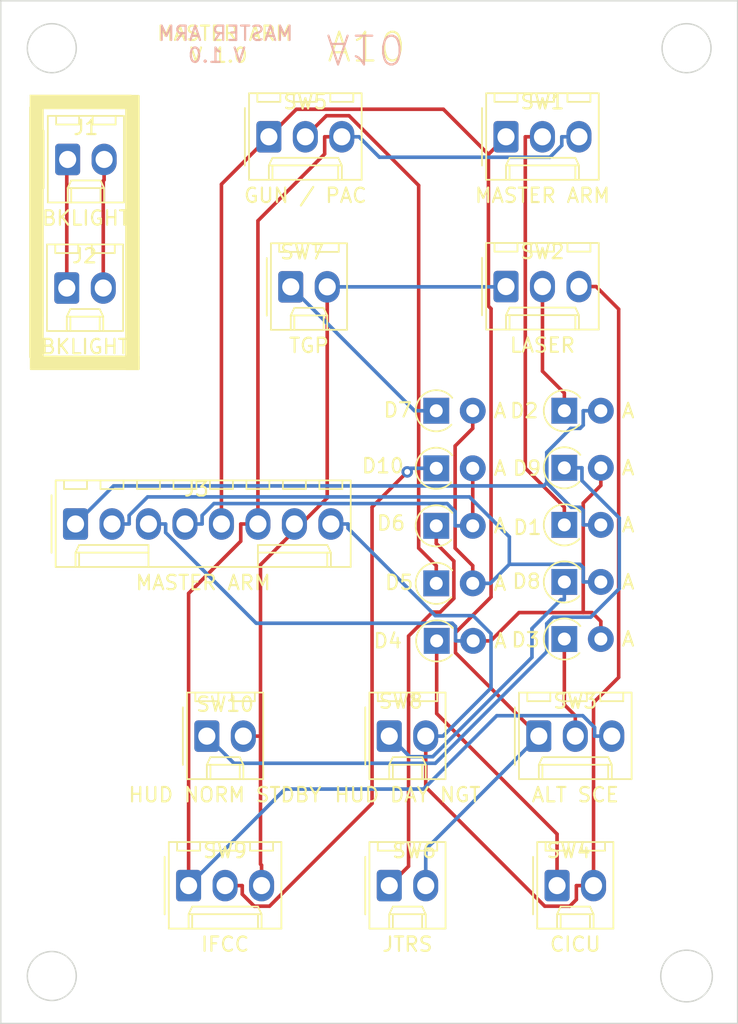
<source format=kicad_pcb>
(kicad_pcb (version 20221018) (generator pcbnew)
  (layers (0 "F.Cu" signal) (31 "B.Cu" signal) (34 "B.Paste" user) (35 "F.Paste" user) (36 "B.SilkS" user "B.Silkscreen") (37 "F.SilkS" user "F.Silkscreen") (38 "B.Mask" user) (39 "F.Mask" user) (44 "Edge.Cuts" user))
  (net 0 "")
  (net 1 "Net-(D2-K)")
  (net 2 "Net-(D1-K)")
  (net 3 "Net-(D4-K)")
  (net 4 "Net-(D6-K)")
  (net 5 "Net-(D10-K)")
  (net 6 "/ROW7")
  (net 7 "Net-(D3-K)")
  (net 8 "/ROW8")
  (net 9 "Net-(J1-Pin_1)")
  (net 10 "Net-(J1-Pin_2)")
  (net 11 "/ROW9")
  (net 12 "/COL1")
  (net 13 "/COL0")
  (net 14 "Net-(D5-K)")
  (net 15 "Net-(D7-K)")
  (net 16 "/COL3")
  (net 17 "Net-(D8-K)")
  (net 18 "/COL2")
  (net 19 "Net-(D9-K)")
  (net 20 "/ROW6")
  (footprint "Connector_Molex:Molex_KK-254_AE-6410-02A_1x02_P2.54mm_Vertical" (layer "F.Cu") (at 120.142 95.27)
    (fp_text reference "SW10" (at 1.27 -2.21) (layer "F.SilkS"))
    (fp_text value "HUD NORM STDBY" (at 1.27 4.08) (layer "F.SilkS"))
    (pad "1" thru_hole roundrect (at 0 0) (size 1.74 2.19) (drill 1.19) (layers "*.Cu" "*.Mask") (roundrect_rratio 0.1436781609) (net 19 "Net-(D9-K)"))
    (pad "2" thru_hole oval (at 2.54 0) (size 1.74 2.19) (drill 1.19) (layers "*.Cu" "*.Mask") (net 8 "/ROW8"))
  )
  (footprint "Diode_THT:D_A-405_P2.54mm_Vertical_AnodeUp" (layer "F.Cu") (at 136.144 88.646)
    (fp_text reference "D4" (at -3.405 0) (layer "F.SilkS"))
    (fp_text value "D")
    (fp_text user "A" (at 4.44 0) (layer "F.SilkS"))
    (pad "1" thru_hole rect (at 0 0) (size 1.8 1.8) (drill 0.9) (layers "*.Cu" "*.Mask") (net 3 "Net-(D4-K)"))
    (pad "2" thru_hole oval (at 2.54 0) (size 1.8 1.8) (drill 0.9) (layers "*.Cu" "*.Mask") (net 18 "/COL2"))
  )
  (footprint "Connector_Molex:Molex_KK-254_AE-6410-02A_1x02_P2.54mm_Vertical" (layer "F.Cu") (at 132.842 105.664)
    (fp_text reference "SW6" (at 1.74 -2.43) (layer "F.SilkS"))
    (fp_text value "JTRS" (at 1.27 4.08) (layer "F.SilkS"))
    (pad "1" thru_hole roundrect (at 0 0) (size 1.74 2.19) (drill 1.19) (layers "*.Cu" "*.Mask") (roundrect_rratio 0.1436781609) (net 4 "Net-(D6-K)"))
    (pad "2" thru_hole oval (at 2.54 0) (size 1.74 2.19) (drill 1.19) (layers "*.Cu" "*.Mask") (net 20 "/ROW6"))
  )
  (footprint "Connector_Molex:Molex_KK-254_AE-6410-03A_1x03_P2.54mm_Vertical" (layer "F.Cu") (at 118.872 105.664)
    (fp_text reference "SW9" (at 2.54 -2.43) (layer "F.SilkS"))
    (fp_text value "IFCC" (at 2.54 4.08) (layer "F.SilkS"))
    (pad "1" thru_hole roundrect (at 0 0) (size 1.74 2.19) (drill 1.19) (layers "*.Cu" "*.Mask") (roundrect_rratio 0.1436781609) (net 6 "/ROW7"))
    (pad "2" thru_hole oval (at 2.54 0) (size 1.74 2.19) (drill 1.19) (layers "*.Cu" "*.Mask") (net 5 "Net-(D10-K)"))
    (pad "3" thru_hole oval (at 5.08 0) (size 1.74 2.19) (drill 1.19) (layers "*.Cu" "*.Mask") (net 8 "/ROW8"))
  )
  (footprint "Diode_THT:D_A-405_P2.54mm_Vertical_AnodeUp" (layer "F.Cu") (at 136.115 76.6445)
    (fp_text reference "D10" (at -3.72 -0.17) (layer "F.SilkS"))
    (fp_text value "D")
    (fp_text user "A" (at 4.44 0) (layer "F.SilkS"))
    (pad "1" thru_hole rect (at 0 0) (size 1.8 1.8) (drill 0.9) (layers "*.Cu" "*.Mask") (net 5 "Net-(D10-K)"))
    (pad "2" thru_hole oval (at 2.54 0) (size 1.8 1.8) (drill 0.9) (layers "*.Cu" "*.Mask") (net 16 "/COL3"))
  )
  (footprint "Diode_THT:D_A-405_P2.54mm_Vertical_AnodeUp" (layer "F.Cu") (at 136.115 72.644)
    (fp_text reference "D7" (at -2.68 -0.05) (layer "F.SilkS"))
    (fp_text value "D")
    (fp_text user "A" (at 4.44 0) (layer "F.SilkS"))
    (pad "1" thru_hole rect (at 0 0) (size 1.8 1.8) (drill 0.9) (layers "*.Cu" "*.Mask") (net 15 "Net-(D7-K)"))
    (pad "2" thru_hole oval (at 2.54 0) (size 1.8 1.8) (drill 0.9) (layers "*.Cu" "*.Mask") (net 12 "/COL1"))
  )
  (footprint "Connector_Molex:Molex_KK-254_AE-6410-02A_1x02_P2.54mm_Vertical" (layer "F.Cu") (at 110.39 64.11)
    (fp_text reference "J2" (at 1.24 -2.24) (layer "F.SilkS"))
    (fp_text value "BKLIGHT" (at 1.27 4.08) (layer "F.SilkS"))
    (pad "1" thru_hole roundrect (at 0 0) (size 1.74 2.19) (drill 1.19) (layers "*.Cu" "*.Mask") (roundrect_rratio 0.1436781609) (net 9 "Net-(J1-Pin_1)"))
    (pad "2" thru_hole oval (at 2.54 0) (size 1.74 2.19) (drill 1.19) (layers "*.Cu" "*.Mask") (net 10 "Net-(J1-Pin_2)"))
  )
  (footprint "Connector_Molex:Molex_KK-254_AE-6410-08A_1x08_P2.54mm_Vertical" (layer "F.Cu") (at 110.998 80.518)
    (fp_text reference "J3" (at 8.42 -2.43) (layer "F.SilkS"))
    (fp_text value "MASTER ARM" (at 8.89 4.08) (layer "F.SilkS"))
    (pad "1" thru_hole roundrect (at 0 0) (size 1.74 2.19) (drill 1.19) (layers "*.Cu" "*.Mask") (roundrect_rratio 0.1436781609) (net 13 "/COL0"))
    (pad "2" thru_hole oval (at 2.54 0) (size 1.74 2.19) (drill 1.19) (layers "*.Cu" "*.Mask") (net 12 "/COL1"))
    (pad "3" thru_hole oval (at 5.08 0) (size 1.74 2.19) (drill 1.19) (layers "*.Cu" "*.Mask") (net 18 "/COL2"))
    (pad "4" thru_hole oval (at 7.62 0) (size 1.74 2.19) (drill 1.19) (layers "*.Cu" "*.Mask") (net 16 "/COL3"))
    (pad "5" thru_hole oval (at 10.16 0) (size 1.74 2.19) (drill 1.19) (layers "*.Cu" "*.Mask") (net 20 "/ROW6"))
    (pad "6" thru_hole oval (at 12.7 0) (size 1.74 2.19) (drill 1.19) (layers "*.Cu" "*.Mask") (net 6 "/ROW7"))
    (pad "7" thru_hole oval (at 15.24 0) (size 1.74 2.19) (drill 1.19) (layers "*.Cu" "*.Mask") (net 8 "/ROW8"))
    (pad "8" thru_hole oval (at 17.78 0) (size 1.74 2.19) (drill 1.19) (layers "*.Cu" "*.Mask") (net 11 "/ROW9"))
  )
  (footprint "Diode_THT:D_A-405_P2.54mm_Vertical_AnodeUp" (layer "F.Cu") (at 145.034 76.612)
    (fp_text reference "D9" (at -2.6 0.03) (layer "F.SilkS"))
    (fp_text value "D")
    (fp_text user "A" (at 4.44 0) (layer "F.SilkS"))
    (pad "1" thru_hole rect (at 0 0) (size 1.8 1.8) (drill 0.9) (layers "*.Cu" "*.Mask") (net 19 "Net-(D9-K)"))
    (pad "2" thru_hole oval (at 2.54 0) (size 1.8 1.8) (drill 0.9) (layers "*.Cu" "*.Mask") (net 18 "/COL2"))
  )
  (footprint "Connector_Molex:Molex_KK-254_AE-6410-02A_1x02_P2.54mm_Vertical" (layer "F.Cu") (at 132.842 95.27)
    (fp_text reference "SW8" (at 0.8 -2.43) (layer "F.SilkS"))
    (fp_text value "HUD DAY NGT" (at 1.27 4.08) (layer "F.SilkS"))
    (pad "1" thru_hole roundrect (at 0 0) (size 1.74 2.19) (drill 1.19) (layers "*.Cu" "*.Mask") (roundrect_rratio 0.1436781609) (net 17 "Net-(D8-K)"))
    (pad "2" thru_hole oval (at 2.54 0) (size 1.74 2.19) (drill 1.19) (layers "*.Cu" "*.Mask") (net 11 "/ROW9"))
  )
  (footprint "Diode_THT:D_A-405_P2.54mm_Vertical_AnodeUp" (layer "F.Cu") (at 145.034 88.516)
    (fp_text reference "D3" (at -2.7 0.06) (layer "F.SilkS"))
    (fp_text value "D")
    (fp_text user "A" (at 4.44 0) (layer "F.SilkS"))
    (pad "1" thru_hole rect (at 0 0) (size 1.8 1.8) (drill 0.9) (layers "*.Cu" "*.Mask") (net 7 "Net-(D3-K)"))
    (pad "2" thru_hole oval (at 2.54 0) (size 1.8 1.8) (drill 0.9) (layers "*.Cu" "*.Mask") (net 18 "/COL2"))
  )
  (footprint "Diode_THT:D_A-405_P2.54mm_Vertical_AnodeUp" (layer "F.Cu") (at 136.115 80.645)
    (fp_text reference "D6" (at -3.15 -0.185) (layer "F.SilkS"))
    (fp_text value "D")
    (fp_text user "A" (at 4.44 0) (layer "F.SilkS"))
    (pad "1" thru_hole rect (at 0 0) (size 1.8 1.8) (drill 0.9) (layers "*.Cu" "*.Mask") (net 4 "Net-(D6-K)"))
    (pad "2" thru_hole oval (at 2.54 0) (size 1.8 1.8) (drill 0.9) (layers "*.Cu" "*.Mask") (net 16 "/COL3"))
  )
  (footprint "Connector_Molex:Molex_KK-254_AE-6410-03A_1x03_P2.54mm_Vertical" (layer "F.Cu") (at 140.97 53.594)
    (fp_text reference "SW1" (at 2.54 -2.43) (layer "F.SilkS"))
    (fp_text value "MASTER ARM" (at 2.54 4.08) (layer "F.SilkS"))
    (pad "1" thru_hole roundrect (at 0 0) (size 1.74 2.19) (drill 1.19) (layers "*.Cu" "*.Mask") (roundrect_rratio 0.1436781609) (net 20 "/ROW6"))
    (pad "2" thru_hole oval (at 2.54 0) (size 1.74 2.19) (drill 1.19) (layers "*.Cu" "*.Mask") (net 2 "Net-(D1-K)"))
    (pad "3" thru_hole oval (at 5.08 0) (size 1.74 2.19) (drill 1.19) (layers "*.Cu" "*.Mask") (net 6 "/ROW7"))
  )
  (footprint "Diode_THT:D_A-405_P2.54mm_Vertical_AnodeUp" (layer "F.Cu") (at 136.115 84.6455)
    (fp_text reference "D5" (at -2.58 -0.06) (layer "F.SilkS"))
    (fp_text value "D")
    (fp_text user "A" (at 4.44 0) (layer "F.SilkS"))
    (pad "1" thru_hole rect (at 0 0) (size 1.8 1.8) (drill 0.9) (layers "*.Cu" "*.Mask") (net 14 "Net-(D5-K)"))
    (pad "2" thru_hole oval (at 2.54 0) (size 1.8 1.8) (drill 0.9) (layers "*.Cu" "*.Mask") (net 12 "/COL1"))
  )
  (footprint "Diode_THT:D_A-405_P2.54mm_Vertical_AnodeUp" (layer "F.Cu") (at 145.034 80.58)
    (fp_text reference "D1" (at -2.57 0.18) (layer "F.SilkS"))
    (fp_text value "D")
    (fp_text user "A" (at 4.44 0) (layer "F.SilkS"))
    (pad "1" thru_hole rect (at 0 0) (size 1.8 1.8) (drill 0.9) (layers "*.Cu" "*.Mask") (net 2 "Net-(D1-K)"))
    (pad "2" thru_hole oval (at 2.54 0) (size 1.8 1.8) (drill 0.9) (layers "*.Cu" "*.Mask") (net 13 "/COL0"))
  )
  (footprint "Connector_Molex:Molex_KK-254_AE-6410-03A_1x03_P2.54mm_Vertical" (layer "F.Cu") (at 140.97 64.008)
    (fp_text reference "SW2" (at 2.54 -2.43) (layer "F.SilkS"))
    (fp_text value "LASER" (at 2.54 4.08) (layer "F.SilkS"))
    (pad "1" thru_hole roundrect (at 0 0) (size 1.74 2.19) (drill 1.19) (layers "*.Cu" "*.Mask") (roundrect_rratio 0.1436781609) (net 8 "/ROW8"))
    (pad "2" thru_hole oval (at 2.54 0) (size 1.74 2.19) (drill 1.19) (layers "*.Cu" "*.Mask") (net 1 "Net-(D2-K)"))
    (pad "3" thru_hole oval (at 5.08 0) (size 1.74 2.19) (drill 1.19) (layers "*.Cu" "*.Mask") (net 11 "/ROW9"))
  )
  (footprint "Connector_Molex:Molex_KK-254_AE-6410-03A_1x03_P2.54mm_Vertical" (layer "F.Cu") (at 143.256 95.27)
    (fp_text reference "SW3" (at 2.54 -2.43) (layer "F.SilkS"))
    (fp_text value "ALT SCE" (at 2.54 4.08) (layer "F.SilkS"))
    (pad "1" thru_hole roundrect (at 0 0) (size 1.74 2.19) (drill 1.19) (layers "*.Cu" "*.Mask") (roundrect_rratio 0.1436781609) (net 20 "/ROW6"))
    (pad "2" thru_hole oval (at 2.54 0) (size 1.74 2.19) (drill 1.19) (layers "*.Cu" "*.Mask") (net 7 "Net-(D3-K)"))
    (pad "3" thru_hole oval (at 5.08 0) (size 1.74 2.19) (drill 1.19) (layers "*.Cu" "*.Mask") (net 6 "/ROW7"))
  )
  (footprint "Connector_Molex:Molex_KK-254_AE-6410-02A_1x02_P2.54mm_Vertical" (layer "F.Cu") (at 110.45 55.17)
    (fp_text reference "J1" (at 1.27 -2.22) (layer "F.SilkS"))
    (fp_text value "BKLIGHT" (at 1.27 4.08) (layer "F.SilkS"))
    (pad "1" thru_hole roundrect (at 0 0) (size 1.74 2.19) (drill 1.19) (layers "*.Cu" "*.Mask") (roundrect_rratio 0.1436781609) (net 9 "Net-(J1-Pin_1)"))
    (pad "2" thru_hole oval (at 2.54 0) (size 1.74 2.19) (drill 1.19) (layers "*.Cu" "*.Mask") (net 10 "Net-(J1-Pin_2)"))
  )
  (footprint "Connector_Molex:Molex_KK-254_AE-6410-02A_1x02_P2.54mm_Vertical" (layer "F.Cu") (at 144.526 105.664)
    (fp_text reference "SW4" (at 0.8 -2.43) (layer "F.SilkS"))
    (fp_text value "CICU" (at 1.27 4.08) (layer "F.SilkS"))
    (pad "1" thru_hole roundrect (at 0 0) (size 1.74 2.19) (drill 1.19) (layers "*.Cu" "*.Mask") (roundrect_rratio 0.1436781609) (net 3 "Net-(D4-K)"))
    (pad "2" thru_hole oval (at 2.54 0) (size 1.74 2.19) (drill 1.19) (layers "*.Cu" "*.Mask") (net 11 "/ROW9"))
  )
  (footprint "Connector_Molex:Molex_KK-254_AE-6410-02A_1x02_P2.54mm_Vertical" (layer "F.Cu") (at 125.984 64.028)
    (fp_text reference "SW7" (at 0.8 -2.43) (layer "F.SilkS"))
    (fp_text value "TGP" (at 1.27 4.08) (layer "F.SilkS"))
    (pad "1" thru_hole roundrect (at 0 0) (size 1.74 2.19) (drill 1.19) (layers "*.Cu" "*.Mask") (roundrect_rratio 0.1436781609) (net 15 "Net-(D7-K)"))
    (pad "2" thru_hole oval (at 2.54 0) (size 1.74 2.19) (drill 1.19) (layers "*.Cu" "*.Mask") (net 8 "/ROW8"))
  )
  (footprint "Diode_THT:D_A-405_P2.54mm_Vertical_AnodeUp" (layer "F.Cu") (at 145.034 72.644)
    (fp_text reference "D2" (at -2.794 0) (layer "F.SilkS"))
    (fp_text value "D")
    (fp_text user "A" (at 4.44 0) (layer "F.SilkS"))
    (pad "1" thru_hole rect (at 0 0) (size 1.8 1.8) (drill 0.9) (layers "*.Cu" "*.Mask") (net 1 "Net-(D2-K)"))
    (pad "2" thru_hole oval (at 2.54 0) (size 1.8 1.8) (drill 0.9) (layers "*.Cu" "*.Mask") (net 13 "/COL0"))
  )
  (footprint "Diode_THT:D_A-405_P2.54mm_Vertical_AnodeUp" (layer "F.Cu") (at 145.034 84.548)
    (fp_text reference "D8" (at -2.63 -0.04) (layer "F.SilkS"))
    (fp_text value "D")
    (fp_text user "A" (at 4.44 0) (layer "F.SilkS"))
    (pad "1" thru_hole rect (at 0 0) (size 1.8 1.8) (drill 0.9) (layers "*.Cu" "*.Mask") (net 17 "Net-(D8-K)"))
    (pad "2" thru_hole oval (at 2.54 0) (size 1.8 1.8) (drill 0.9) (layers "*.Cu" "*.Mask") (net 12 "/COL1"))
  )
  (footprint "Connector_Molex:Molex_KK-254_AE-6410-03A_1x03_P2.54mm_Vertical" (layer "F.Cu") (at 124.46 53.594)
    (fp_text reference "SW5" (at 2.54 -2.43) (layer "F.SilkS"))
    (fp_text value "GUN / PAC" (at 2.54 4.08) (layer "F.SilkS"))
    (pad "1" thru_hole roundrect (at 0 0) (size 1.74 2.19) (drill 1.19) (layers "*.Cu" "*.Mask") (roundrect_rratio 0.1436781609) (net 20 "/ROW6"))
    (pad "2" thru_hole oval (at 2.54 0) (size 1.74 2.19) (drill 1.19) (layers "*.Cu" "*.Mask") (net 14 "Net-(D5-K)"))
    (pad "3" thru_hole oval (at 5.08 0) (size 1.74 2.19) (drill 1.19) (layers "*.Cu" "*.Mask") (net 6 "/ROW7"))
  )
  (gr_rect (start 114.53 50.7546) (end 115.39 69.74) (stroke (width 0.15)) (fill solid) (layer "F.SilkS"))
  (gr_rect (start 107.85 51.5823) (end 108.71 68.9177) (stroke (width 0.15)) (fill solid) (layer "F.SilkS"))
  (gr_rect (start 107.89 68.88) (end 115.39 69.74) (stroke (width 0.15)) (fill solid) (layer "F.SilkS"))
  (gr_rect (start 107.88 50.7423) (end 114.87 51.6023) (stroke (width 0.15)) (fill solid) (layer "F.SilkS"))
  (gr_rect locked (start 105.79 44.132) (end 157.098 115.252) (stroke (width 0.1)) (fill none) (layer "Edge.Cuts"))
  (gr_circle locked (center 153.542 47.434) (end 154.304 45.91) (stroke (width 0.1)) (fill none) (layer "Edge.Cuts"))
  (gr_circle locked (center 109.346 47.434) (end 110.108 45.91) (stroke (width 0.1)) (fill none) (layer "Edge.Cuts"))
  (gr_circle locked (center 109.346 111.95) (end 110.108 110.426) (stroke (width 0.1)) (fill none) (layer "Edge.Cuts"))
  (gr_circle locked (center 153.542 111.95) (end 153.796 110.172) (stroke (width 0.1)) (fill none) (layer "Edge.Cuts"))
  (gr_text "A10" (at 128.32 46.31 180) (layer "B.SilkS") (effects (font (size 2 2)) (justify left bottom mirror)))
  (gr_text "MASTER ARM" (at 126.238 46.99) (layer "B.SilkS") (effects (font (size 1 1)) (justify left bottom mirror)))
  (gr_text "V 1.0" (at 122.936 48.514) (layer "B.SilkS") (effects (font (size 1 1)) (justify left bottom mirror)))
  (gr_text "A10" (at 128.4 48.54) (layer "F.SilkS") (effects (font (size 2 2)) (justify left bottom)))
  (gr_text "V 1.0" (at 118.872 48.514) (layer "F.SilkS") (effects (font (size 1 1)) (justify left bottom)))
  (gr_text "MASTER ARM" (at 116.586 46.99) (layer "F.SilkS") (effects (font (size 1 1)) (justify left bottom)))
  (segment (start 143.51 69.8947) (end 143.51 64.008) (width 0.25) (layer "F.Cu") (net 1))
  (segment (start 145.034 71.4187) (end 143.51 69.8947) (width 0.25) (layer "F.Cu") (net 1))
  (segment (start 145.034 72.644) (end 145.034 71.4187) (width 0.25) (layer "F.Cu") (net 1))
  (segment (start 143.51 53.594) (end 142.3147 53.594) (width 0.25) (layer "F.Cu") (net 2))
  (segment (start 145.034 79.3547) (end 142.3147 76.6354) (width 0.25) (layer "F.Cu") (net 2))
  (segment (start 145.034 80.58) (end 145.034 79.3547) (width 0.25) (layer "F.Cu") (net 2))
  (segment (start 142.3147 76.6354) (end 142.3147 53.594) (width 0.25) (layer "F.Cu") (net 2))
  (segment (start 136.144 93.6985) (end 144.526 102.0805) (width 0.25) (layer "F.Cu") (net 3))
  (segment (start 136.144 88.646) (end 136.144 93.6985) (width 0.25) (layer "F.Cu") (net 3))
  (segment (start 144.526 102.0805) (end 144.526 105.664) (width 0.25) (layer "F.Cu") (net 3))
  (segment (start 136.3879 86.6457) (end 135.8537 86.6457) (width 0.25) (layer "F.Cu") (net 4))
  (segment (start 136.115 80.645) (end 136.115 81.8703) (width 0.25) (layer "F.Cu") (net 4))
  (segment (start 137.3404 83.0957) (end 137.3404 85.6932) (width 0.25) (layer "F.Cu") (net 4))
  (segment (start 135.8537 86.6457) (end 134.1866 88.3128) (width 0.25) (layer "F.Cu") (net 4))
  (segment (start 136.115 81.8703) (end 137.3404 83.0957) (width 0.25) (layer "F.Cu") (net 4))
  (segment (start 134.1866 104.3194) (end 132.842 105.664) (width 0.25) (layer "F.Cu") (net 4))
  (segment (start 137.3404 85.6932) (end 136.3879 86.6457) (width 0.25) (layer "F.Cu") (net 4))
  (segment (start 134.1866 88.3128) (end 134.1866 104.3194) (width 0.25) (layer "F.Cu") (net 4))
  (segment (start 121.412 105.664) (end 122.6073 105.664) (width 0.25) (layer "F.Cu") (net 5))
  (segment (start 131.6456 99.9555) (end 124.5069 107.0942) (width 0.25) (layer "F.Cu") (net 5))
  (segment (start 122.6073 106.2617) (end 122.6073 105.664) (width 0.25) (layer "F.Cu") (net 5))
  (segment (start 131.6456 79.344) (end 131.6456 99.9555) (width 0.25) (layer "F.Cu") (net 5))
  (segment (start 123.4398 107.0942) (end 122.6073 106.2617) (width 0.25) (layer "F.Cu") (net 5))
  (segment (start 124.5069 107.0942) (end 123.4398 107.0942) (width 0.25) (layer "F.Cu") (net 5))
  (segment (start 134.0951 76.8945) (end 131.6456 79.344) (width 0.25) (layer "F.Cu") (net 5))
  (via (at 134.0951 76.8945) (size 0.8) (drill 0.4) (layers "F.Cu" "B.Cu") (net 5))
  (segment (start 136.115 76.6445) (end 134.3451 76.6445) (width 0.25) (layer "B.Cu") (net 5))
  (segment (start 134.3451 76.6445) (end 134.0951 76.8945) (width 0.25) (layer "B.Cu") (net 5))
  (segment (start 123.698 80.518) (end 122.5027 80.518) (width 0.25) (layer "F.Cu") (net 6))
  (segment (start 122.5027 80.518) (end 122.5027 81.7133) (width 0.25) (layer "F.Cu") (net 6))
  (segment (start 128.3447 53.594) (end 128.3447 54.7893) (width 0.25) (layer "F.Cu") (net 6))
  (segment (start 123.698 59.436) (end 123.698 80.518) (width 0.25) (layer "F.Cu") (net 6))
  (segment (start 129.54 53.594) (end 128.3447 53.594) (width 0.25) (layer "F.Cu") (net 6))
  (segment (start 128.3447 54.7893) (end 123.698 59.436) (width 0.25) (layer "F.Cu") (net 6))
  (segment (start 118.872 85.344) (end 118.872 105.664) (width 0.25) (layer "F.Cu") (net 6))
  (segment (start 122.5027 81.7133) (end 118.872 85.344) (width 0.25) (layer "F.Cu") (net 6))
  (segment (start 147.1407 94.6724) (end 147.1407 95.27) (width 0.25) (layer "B.Cu") (net 6))
  (segment (start 129.54 53.594) (end 130.7353 53.594) (width 0.25) (layer "B.Cu") (net 6))
  (segment (start 135.2243 98.9517) (end 140.3273 93.8487) (width 0.25) (layer "B.Cu") (net 6))
  (segment (start 140.3273 93.8487) (end 146.317 93.8487) (width 0.25) (layer "B.Cu") (net 6))
  (segment (start 125.5843 98.9517) (end 135.2243 98.9517) (width 0.25) (layer "B.Cu") (net 6))
  (segment (start 148.336 95.27) (end 147.1407 95.27) (width 0.25) (layer "B.Cu") (net 6))
  (segment (start 144.8547 54.1916) (end 144.8547 53.594) (width 0.25) (layer "B.Cu") (net 6))
  (segment (start 132.157 55.0157) (end 144.0306 55.0157) (width 0.25) (layer "B.Cu") (net 6))
  (segment (start 130.7353 53.594) (end 132.157 55.0157) (width 0.25) (layer "B.Cu") (net 6))
  (segment (start 146.05 53.594) (end 144.8547 53.594) (width 0.25) (layer "B.Cu") (net 6))
  (segment (start 146.317 93.8487) (end 147.1407 94.6724) (width 0.25) (layer "B.Cu") (net 6))
  (segment (start 118.872 105.664) (end 125.5843 98.9517) (width 0.25) (layer "B.Cu") (net 6))
  (segment (start 144.0306 55.0157) (end 144.8547 54.1916) (width 0.25) (layer "B.Cu") (net 6))
  (segment (start 145.034 93.0877) (end 145.796 93.8497) (width 0.25) (layer "F.Cu") (net 7))
  (segment (start 145.034 88.516) (end 145.034 93.0877) (width 0.25) (layer "F.Cu") (net 7))
  (segment (start 145.796 95.27) (end 145.796 93.8497) (width 0.25) (layer "F.Cu") (net 7))
  (segment (start 123.8773 95.27) (end 123.8773 104.169) (width 0.25) (layer "F.Cu") (net 8))
  (segment (start 122.682 95.27) (end 123.8773 95.27) (width 0.25) (layer "F.Cu") (net 8))
  (segment (start 128.524 78.7035) (end 126.7095 80.518) (width 0.25) (layer "F.Cu") (net 8))
  (segment (start 126.7095 80.518) (end 123.8773 83.3502) (width 0.25) (layer "F.Cu") (net 8))
  (segment (start 123.8773 83.3502) (end 123.8773 95.27) (width 0.25) (layer "F.Cu") (net 8))
  (segment (start 123.8773 104.169) (end 123.952 104.2437) (width 0.25) (layer "F.Cu") (net 8))
  (segment (start 123.952 105.664) (end 123.952 104.2437) (width 0.25) (layer "F.Cu") (net 8))
  (segment (start 128.524 64.028) (end 128.524 78.7035) (width 0.25) (layer "F.Cu") (net 8))
  (segment (start 126.238 80.518) (end 126.7095 80.518) (width 0.25) (layer "F.Cu") (net 8))
  (segment (start 140.95 64.028) (end 140.97 64.008) (width 0.25) (layer "B.Cu") (net 8))
  (segment (start 128.524 64.028) (end 140.95 64.028) (width 0.25) (layer "B.Cu") (net 8))
  (segment (start 110.45 55.17) (end 110.39 55.23) (width 0.25) (layer "F.Cu") (net 9))
  (segment (start 110.39 55.23) (end 110.39 64.11) (width 0.25) (layer "F.Cu") (net 9))
  (segment (start 112.93 56.6503) (end 112.93 64.11) (width 0.25) (layer "F.Cu") (net 10))
  (segment (start 112.99 56.5903) (end 112.93 56.6503) (width 0.25) (layer "F.Cu") (net 10))
  (segment (start 112.99 55.17) (end 112.99 56.5903) (width 0.25) (layer "F.Cu") (net 10))
  (segment (start 147.066 105.664) (end 145.8707 105.664) (width 0.25) (layer "F.Cu") (net 11))
  (segment (start 143.6676 107.0951) (end 135.382 98.8095) (width 0.25) (layer "F.Cu") (net 11))
  (segment (start 147.2453 64.008) (end 148.8151 65.5778) (width 0.25) (layer "F.Cu") (net 11))
  (segment (start 148.8151 65.5778) (end 148.8151 91.1845) (width 0.25) (layer "F.Cu") (net 11))
  (segment (start 147.066 92.9336) (end 147.066 105.664) (width 0.25) (layer "F.Cu") (net 11))
  (segment (start 135.382 98.8095) (end 135.382 95.27) (width 0.25) (layer "F.Cu") (net 11))
  (segment (start 146.05 64.008) (end 147.2453 64.008) (width 0.25) (layer "F.Cu") (net 11))
  (segment (start 145.4108 107.0951) (end 143.6676 107.0951) (width 0.25) (layer "F.Cu") (net 11))
  (segment (start 145.8707 105.664) (end 145.8707 106.6352) (width 0.25) (layer "F.Cu") (net 11))
  (segment (start 148.8151 91.1845) (end 147.066 92.9336) (width 0.25) (layer "F.Cu") (net 11))
  (segment (start 145.8707 106.6352) (end 145.4108 107.0951) (width 0.25) (layer "F.Cu") (net 11))
  (segment (start 138.6764 86.8908) (end 139.9283 88.1427) (width 0.25) (layer "B.Cu") (net 11))
  (segment (start 129.9733 80.518) (end 129.9733 80.8168) (width 0.25) (layer "B.Cu") (net 11))
  (segment (start 139.9283 88.1427) (end 139.9283 91.919) (width 0.25) (layer "B.Cu") (net 11))
  (segment (start 136.0473 86.8908) (end 138.6764 86.8908) (width 0.25) (layer "B.Cu") (net 11))
  (segment (start 129.9733 80.8168) (end 136.0473 86.8908) (width 0.25) (layer "B.Cu") (net 11))
  (segment (start 128.778 80.518) (end 129.9733 80.518) (width 0.25) (layer "B.Cu") (net 11))
  (segment (start 135.382 95.27) (end 136.5773 95.27) (width 0.25) (layer "B.Cu") (net 11))
  (segment (start 139.9283 91.919) (end 136.5773 95.27) (width 0.25) (layer "B.Cu") (net 11))
  (segment (start 138.655 72.644) (end 138.655 73.8693) (width 0.25) (layer "F.Cu") (net 12))
  (segment (start 138.655 83.4202) (end 137.4297 82.1949) (width 0.25) (layer "F.Cu") (net 12))
  (segment (start 138.655 84.6455) (end 138.655 83.4202) (width 0.25) (layer "F.Cu") (net 12))
  (segment (start 137.4297 82.1949) (end 137.4297 75.0946) (width 0.25) (layer "F.Cu") (net 12))
  (segment (start 137.4297 75.0946) (end 138.655 73.8693) (width 0.25) (layer "F.Cu") (net 12))
  (segment (start 116.0181 78.6355) (end 114.7333 79.9203) (width 0.25) (layer "B.Cu") (net 12))
  (segment (start 141.2032 83.3226) (end 139.8803 84.6455) (width 0.25) (layer "B.Cu") (net 12))
  (segment (start 141.2032 83.3226) (end 141.2032 81.4087) (width 0.25) (layer "B.Cu") (net 12))
  (segment (start 146.3487 83.5524) (end 146.1189 83.3226) (width 0.25) (layer "B.Cu") (net 12))
  (segment (start 146.1189 83.3226) (end 141.2032 83.3226) (width 0.25) (layer "B.Cu") (net 12))
  (segment (start 138.43 78.6355) (end 116.0181 78.6355) (width 0.25) (layer "B.Cu") (net 12))
  (segment (start 114.7333 79.9203) (end 114.7333 80.518) (width 0.25) (layer "B.Cu") (net 12))
  (segment (start 138.655 84.6455) (end 139.8803 84.6455) (width 0.25) (layer "B.Cu") (net 12))
  (segment (start 113.538 80.518) (end 114.7333 80.518) (width 0.25) (layer "B.Cu") (net 12))
  (segment (start 147.574 84.548) (end 146.3487 84.548) (width 0.25) (layer "B.Cu") (net 12))
  (segment (start 141.2032 81.4087) (end 138.43 78.6355) (width 0.25) (layer "B.Cu") (net 12))
  (segment (start 146.3487 84.548) (end 146.3487 83.5524) (width 0.25) (layer "B.Cu") (net 12))
  (segment (start 113.6462 77.8698) (end 110.998 80.518) (width 0.25) (layer "B.Cu") (net 13))
  (segment (start 143.8086 75.5362) (end 143.8086 77.654) (width 0.25) (layer "B.Cu") (net 13))
  (segment (start 147.574 80.58) (end 146.3487 80.58) (width 0.25) (layer "B.Cu") (net 13))
  (segment (start 146.3487 79.5645) (end 146.3487 80.58) (width 0.25) (layer "B.Cu") (net 13))
  (segment (start 147.574 72.644) (end 146.3487 72.644) (width 0.25) (layer "B.Cu") (net 13))
  (segment (start 143.8086 77.654) (end 143.5928 77.8698) (width 0.25) (layer "B.Cu") (net 13))
  (segment (start 145.4755 73.8693) (end 143.8086 75.5362) (width 0.25) (layer "B.Cu") (net 13))
  (segment (start 145.5093 79.3547) (end 146.1389 79.3547) (width 0.25) (layer "B.Cu") (net 13))
  (segment (start 146.3487 73.651) (end 146.1304 73.8693) (width 0.25) (layer "B.Cu") (net 13))
  (segment (start 146.3487 72.644) (end 146.3487 73.651) (width 0.25) (layer "B.Cu") (net 13))
  (segment (start 143.5928 77.8698) (end 113.6462 77.8698) (width 0.25) (layer "B.Cu") (net 13))
  (segment (start 143.8086 77.654) (end 145.5093 79.3547) (width 0.25) (layer "B.Cu") (net 13))
  (segment (start 146.1304 73.8693) (end 145.4755 73.8693) (width 0.25) (layer "B.Cu") (net 13))
  (segment (start 146.1389 79.3547) (end 146.3487 79.5645) (width 0.25) (layer "B.Cu") (net 13))
  (segment (start 136.115 84.6455) (end 136.115 83.4202) (width 0.25) (layer "F.Cu") (net 14))
  (segment (start 136.115 83.4202) (end 134.8897 82.1949) (width 0.25) (layer "F.Cu") (net 14))
  (segment (start 128.4653 52.1287) (end 127 53.594) (width 0.25) (layer "F.Cu") (net 14))
  (segment (start 130.0418 52.1287) (end 128.4653 52.1287) (width 0.25) (layer "F.Cu") (net 14))
  (segment (start 134.8897 56.9766) (end 130.0418 52.1287) (width 0.25) (layer "F.Cu") (net 14))
  (segment (start 134.8897 82.1949) (end 134.8897 56.9766) (width 0.25) (layer "F.Cu") (net 14))
  (segment (start 134.6 72.644) (end 125.984 64.028) (width 0.25) (layer "B.Cu") (net 15))
  (segment (start 136.115 72.644) (end 134.6 72.644) (width 0.25) (layer "B.Cu") (net 15))
  (segment (start 138.655 80.645) (end 138.655 76.6445) (width 0.25) (layer "F.Cu") (net 16))
  (segment (start 136.8779 79.0976) (end 120.636 79.0976) (width 0.25) (layer "B.Cu") (net 16))
  (segment (start 137.4297 79.6494) (end 136.8779 79.0976) (width 0.25) (layer "B.Cu") (net 16))
  (segment (start 119.8133 79.9203) (end 119.8133 80.518) (width 0.25) (layer "B.Cu") (net 16))
  (segment (start 137.4297 80.645) (end 137.4297 79.6494) (width 0.25) (layer "B.Cu") (net 16))
  (segment (start 120.636 79.0976) (end 119.8133 79.9203) (width 0.25) (layer "B.Cu") (net 16))
  (segment (start 118.618 80.518) (end 119.8133 80.518) (width 0.25) (layer "B.Cu") (net 16))
  (segment (start 138.655 80.645) (end 137.4297 80.645) (width 0.25) (layer "B.Cu") (net 16))
  (segment (start 142.778 87.7905) (end 142.778 89.7895) (width 0.25) (layer "B.Cu") (net 17))
  (segment (start 142.778 89.7895) (end 135.868 96.6995) (width 0.25) (layer "B.Cu") (net 17))
  (segment (start 134.2715 96.6995) (end 132.842 95.27) (width 0.25) (layer "B.Cu") (net 17))
  (segment (start 145.034 84.548) (end 145.034 85.7733) (width 0.25) (layer "B.Cu") (net 17))
  (segment (start 135.868 96.6995) (end 134.2715 96.6995) (width 0.25) (layer "B.Cu") (net 17))
  (segment (start 144.7952 85.7733) (end 142.778 87.7905) (width 0.25) (layer "B.Cu") (net 17))
  (segment (start 145.034 85.7733) (end 144.7952 85.7733) (width 0.25) (layer "B.Cu") (net 17))
  (segment (start 146.3487 79.0626) (end 147.574 77.8373) (width 0.25) (layer "F.Cu") (net 18))
  (segment (start 146.9613 86.678) (end 146.3487 86.678) (width 0.25) (layer "F.Cu") (net 18))
  (segment (start 146.3487 86.678) (end 141.8773 86.678) (width 0.25) (layer "F.Cu") (net 18))
  (segment (start 147.574 87.2907) (end 146.9613 86.678) (width 0.25) (layer "F.Cu") (net 18))
  (segment (start 138.684 88.646) (end 139.9093 88.646) (width 0.25) (layer "F.Cu") (net 18))
  (segment (start 141.8773 86.678) (end 139.9093 88.646) (width 0.25) (layer "F.Cu") (net 18))
  (segment (start 146.3487 86.678) (end 146.3487 79.0626) (width 0.25) (layer "F.Cu") (net 18))
  (segment (start 147.574 76.612) (end 147.574 77.8373) (width 0.25) (layer "F.Cu") (net 18))
  (segment (start 147.574 88.516) (end 147.574 87.2907) (width 0.25) (layer "F.Cu") (net 18))
  (segment (start 137.4587 87.6504) (end 137.229 87.4207) (width 0.25) (layer "B.Cu") (net 18))
  (segment (start 117.2733 81.1157) (end 117.2733 80.518) (width 0.25) (layer "B.Cu") (net 18))
  (segment (start 116.078 80.518) (end 117.2733 80.518) (width 0.25) (layer "B.Cu") (net 18))
  (segment (start 137.4587 88.646) (end 137.4587 87.6504) (width 0.25) (layer "B.Cu") (net 18))
  (segment (start 138.684 88.646) (end 137.4587 88.646) (width 0.25) (layer "B.Cu") (net 18))
  (segment (start 137.229 87.4207) (end 123.5783 87.4207) (width 0.25) (layer "B.Cu") (net 18))
  (segment (start 123.5783 87.4207) (end 117.2733 81.1157) (width 0.25) (layer "B.Cu") (net 18))
  (segment (start 146.2593 77.5032) (end 148.856 80.0999) (width 0.25) (layer "B.Cu") (net 19))
  (segment (start 148.856 80.0999) (end 148.856 85.0128) (width 0.25) (layer "B.Cu") (net 19))
  (segment (start 144.2487 86.9986) (end 143.8087 87.4386) (width 0.25) (layer "B.Cu") (net 19))
  (segment (start 136.0546 97.1571) (end 122.0291 97.1571) (width 0.25) (layer "B.Cu") (net 19))
  (segment (start 146.8702 86.9986) (end 144.2487 86.9986) (width 0.25) (layer "B.Cu") (net 19))
  (segment (start 145.034 76.612) (end 146.2593 76.612) (width 0.25) (layer "B.Cu") (net 19))
  (segment (start 122.0291 97.1571) (end 120.142 95.27) (width 0.25) (layer "B.Cu") (net 19))
  (segment (start 143.8087 89.403) (end 136.0546 97.1571) (width 0.25) (layer "B.Cu") (net 19))
  (segment (start 143.8087 87.4386) (end 143.8087 89.403) (width 0.25) (layer "B.Cu") (net 19))
  (segment (start 146.2593 76.612) (end 146.2593 77.5032) (width 0.25) (layer "B.Cu") (net 19))
  (segment (start 148.856 85.0128) (end 146.8702 86.9986) (width 0.25) (layer "B.Cu") (net 19))
  (segment (start 143.256 95.27) (end 137.4538 89.4678) (width 0.25) (layer "F.Cu") (net 20))
  (segment (start 126.3767 51.6773) (end 124.46 53.594) (width 0.25) (layer "F.Cu") (net 20))
  (segment (start 137.4538 88.0721) (end 139.9309 85.595) (width 0.25) (layer "F.Cu") (net 20))
  (segment (start 139.9309 65.551) (end 139.7481 65.3682) (width 0.25) (layer "F.Cu") (net 20))
  (segment (start 139.7481 54.8159) (end 136.6095 51.6773) (width 0.25) (layer "F.Cu") (net 20))
  (segment (start 137.4538 89.4678) (end 137.4538 88.0721) (width 0.25) (layer "F.Cu") (net 20))
  (segment (start 139.7481 65.3682) (end 139.7481 54.8159) (width 0.25) (layer "F.Cu") (net 20))
  (segment (start 136.6095 51.6773) (end 126.3767 51.6773) (width 0.25) (layer "F.Cu") (net 20))
  (segment (start 139.7481 54.8159) (end 140.97 53.594) (width 0.25) (layer "F.Cu") (net 20))
  (segment (start 121.158 80.518) (end 121.158 56.896) (width 0.25) (layer "F.Cu") (net 20))
  (segment (start 121.158 56.896) (end 124.46 53.594) (width 0.25) (layer "F.Cu") (net 20))
  (segment (start 139.9309 85.595) (end 139.9309 65.551) (width 0.25) (layer "F.Cu") (net 20))
  (segment (start 135.382 105.664) (end 135.382 103.144) (width 0.25) (layer "B.Cu") (net 20))
  (segment (start 135.382 103.144) (end 143.256 95.27) (width 0.25) (layer "B.Cu") (net 20))
)
</source>
